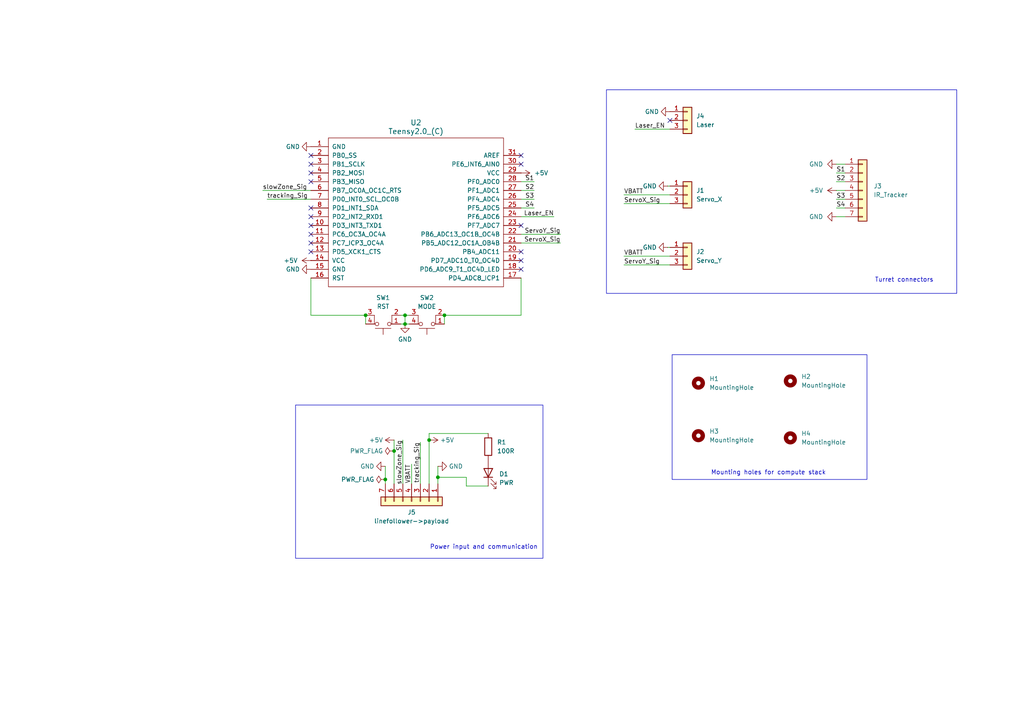
<source format=kicad_sch>
(kicad_sch (version 20250114) (generator "eeschema") (generator_version "9.0")
  (paper "A4")
  (title_block (title "Payload control board") (date "2025-05-01") (rev "1.2") (company "Designed by Maurice Blake"))
  (lib_symbols
    (symbol "Connector_Generic:Conn_01x03" (pin_names (offset 1.016) (hide yes))
      (property "Reference" "J" (at 0 5.08 0))
      (property "Value" "Conn_01x03" (at 0 -5.08 0))
      (symbol "Conn_01x03_1_1"
        (rectangle (start -1.27 3.81) (end 1.27 -3.81) (stroke (width 0.254)) (fill (type background)))
        (rectangle (start -1.27 2.667) (end 0 2.413) (stroke (width 0.1524)))
        (rectangle (start -1.27 0.127) (end 0 -0.127) (stroke (width 0.1524)))
        (rectangle (start -1.27 -2.413) (end 0 -2.667) (stroke (width 0.1524)))
        (pin passive line (at -5.08 2.54 0) (length 3.81) (name "Pin_1") (number "1"))
        (pin passive line (at -5.08 0 0) (length 3.81) (name "Pin_2") (number "2"))
        (pin passive line (at -5.08 -2.54 0) (length 3.81) (name "Pin_3") (number "3"))
      )
    )
    (symbol "Connector_Generic:Conn_01x07" (pin_names (offset 1.016) (hide yes))
      (property "Reference" "J" (at 0 10.16 0))
      (property "Value" "Conn_01x07" (at 0 -10.16 0))
      (symbol "Conn_01x07_1_1"
        (rectangle (start -1.27 8.89) (end 1.27 -8.89) (stroke (width 0.254)) (fill (type background)))
        (rectangle (start -1.27 7.747) (end 0 7.493) (stroke (width 0.1524)))
        (rectangle (start -1.27 5.207) (end 0 4.953) (stroke (width 0.1524)))
        (rectangle (start -1.27 2.667) (end 0 2.413) (stroke (width 0.1524)))
        (rectangle (start -1.27 0.127) (end 0 -0.127) (stroke (width 0.1524)))
        (rectangle (start -1.27 -2.413) (end 0 -2.667) (stroke (width 0.1524)))
        (rectangle (start -1.27 -4.953) (end 0 -5.207) (stroke (width 0.1524)))
        (rectangle (start -1.27 -7.493) (end 0 -7.747) (stroke (width 0.1524)))
        (pin passive line (at -5.08 7.62 0) (length 3.81) (name "Pin_1") (number "1"))
        (pin passive line (at -5.08 5.08 0) (length 3.81) (name "Pin_2") (number "2"))
        (pin passive line (at -5.08 2.54 0) (length 3.81) (name "Pin_3") (number "3"))
        (pin passive line (at -5.08 0 0) (length 3.81) (name "Pin_4") (number "4"))
        (pin passive line (at -5.08 -2.54 0) (length 3.81) (name "Pin_5") (number "5"))
        (pin passive line (at -5.08 -5.08 0) (length 3.81) (name "Pin_6") (number "6"))
        (pin passive line (at -5.08 -7.62 0) (length 3.81) (name "Pin_7") (number "7"))
      )
    )
    (symbol "Device:LED" (pin_numbers (hide yes)) (pin_names (offset 1.016) (hide yes))
      (property "Reference" "D" (at 0 2.54 0))
      (property "Value" "LED" (at 0 -2.54 0))
      (symbol "LED_0_1"
        (polyline (pts (xy -3.048 -0.762) (xy -4.572 -2.286) (xy -3.81 -2.286) (xy -4.572 -2.286) (xy -4.572 -1.524)))
        (polyline (pts (xy -1.778 -0.762) (xy -3.302 -2.286) (xy -2.54 -2.286) (xy -3.302 -2.286) (xy -3.302 -1.524)))
        (polyline (pts (xy -1.27 0) (xy 1.27 0)))
        (polyline (pts (xy -1.27 -1.27) (xy -1.27 1.27)) (stroke (width 0.254)))
        (polyline (pts (xy 1.27 -1.27) (xy 1.27 1.27) (xy -1.27 0) (xy 1.27 -1.27)) (stroke (width 0.254)))
      )
      (symbol "LED_1_1"
        (pin passive line (at -3.81 0 0) (length 2.54) (name "K") (number "1"))
        (pin passive line (at 3.81 0 180) (length 2.54) (name "A") (number "2"))
      )
    )
    (symbol "Device:R" (pin_numbers (hide yes)) (pin_names (offset 0))
      (property "Reference" "R" (at 2.032 0 90))
      (property "Value" "R" (at 0 0 90))
      (symbol "R_0_1"
        (rectangle (start -1.016 -2.54) (end 1.016 2.54) (stroke (width 0.254)))
      )
      (symbol "R_1_1"
        (pin passive line (at 0 3.81 270) (length 1.27) (name "~") (number "1"))
        (pin passive line (at 0 -3.81 90) (length 1.27) (name "~") (number "2"))
      )
    )
    (symbol "Mechanical:MountingHole" (pin_names (offset 1.016)) (exclude_from_sim yes) (in_bom no)
      (property "Reference" "H" (at 0 5.08 0))
      (property "Value" "MountingHole" (at 0 3.175 0))
      (symbol "MountingHole_0_1"
        (circle (center 0 0) (radius 1.27) (stroke (width 1.27)))
      )
    )
    (symbol "Switch:SW_MEC_5E" (pin_names (offset 1.016) (hide yes))
      (property "Reference" "SW" (at 0.635 5.715 0))
      (property "Value" "SW_MEC_5E" (at 0 -3.175 0))
      (symbol "SW_MEC_5E_0_1"
        (polyline (pts (xy -2.54 0) (xy -2.54 2.54) (xy -2.286 2.54)))
        (polyline (pts (xy -2.286 3.81) (xy 2.286 3.81)))
        (circle (center -1.778 2.54) (radius 0.508))
        (polyline (pts (xy 0 3.81) (xy 0 5.588)))
        (circle (center 1.778 2.54) (radius 0.508))
        (polyline (pts (xy 2.54 0) (xy 2.54 2.54) (xy 2.286 2.54)))
        (pin passive line (at -5.08 2.54 0) (length 2.54) (name "1") (number "1"))
        (pin passive line (at -5.08 0 0) (length 2.54) (name "2") (number "2"))
        (pin passive line (at 5.08 2.54 180) (length 2.54) (name "A") (number "4"))
        (pin passive line (at 5.08 0 180) (length 2.54) (name "K") (number "3"))
      )
    )
    (symbol "power:+5V" (power) (pin_numbers (hide yes)) (pin_names (offset 0) (hide yes))
      (property "Value" "+5V" (at 0 3.556 0))
      (symbol "+5V_0_1"
        (polyline (pts (xy -0.762 1.27) (xy 0 2.54)))
        (polyline (pts (xy 0 2.54) (xy 0.762 1.27)))
        (polyline (pts (xy 0 0) (xy 0 2.54)))
      )
      (symbol "+5V_1_1"
        (pin power_in line (at 0 0 90) (length 0) (name "~") (number "1"))
      )
    )
    (symbol "power:GND" (power) (pin_numbers (hide yes)) (pin_names (offset 0) (hide yes))
      (property "Value" "GND" (at 0 -3.81 0))
      (symbol "GND_0_1"
        (polyline (pts (xy 0 0) (xy 0 -1.27) (xy 1.27 -1.27) (xy 0 -2.54) (xy -1.27 -1.27) (xy 0 -1.27)))
      )
      (symbol "GND_1_1"
        (pin power_in line (at 0 0 270) (length 0) (name "~") (number "1"))
      )
    )
    (symbol "power:PWR_FLAG" (power) (pin_numbers (hide yes)) (pin_names (offset 0) (hide yes))
      (property "Value" "PWR_FLAG" (at 0 3.81 0))
      (symbol "PWR_FLAG_0_0"
        (pin power_out line (at 0 0 90) (length 0) (name "~") (number "1"))
      )
      (symbol "PWR_FLAG_0_1"
        (polyline (pts (xy 0 0) (xy 0 1.27) (xy -1.016 1.905) (xy 0 2.54) (xy 1.016 1.905) (xy 0 1.27)))
      )
    )
    (symbol "teensy:Teensy2.0_(C)" (pin_names (offset 1.016))
      (property "Reference" "U" (at 0 24.13 0))
      (property "Value" "Teensy2.0_(C)" (at 0 -24.13 0))
      (symbol "Teensy2.0_(C)_0_1"
        (rectangle (start -25.4 21.59) (end 25.4 -21.59))
      )
      (symbol "Teensy2.0_(C)_1_1"
        (pin power_in line (at -30.48 19.05 0) (length 5.08) (name "GND") (number "1"))
        (pin bidirectional line (at -30.48 16.51 0) (length 5.08) (name "PB0_SS") (number "2"))
        (pin bidirectional line (at -30.48 13.97 0) (length 5.08) (name "PB1_SCLK") (number "3"))
        (pin bidirectional line (at -30.48 11.43 0) (length 5.08) (name "PB2_MOSI") (number "4"))
        (pin bidirectional line (at -30.48 8.89 0) (length 5.08) (name "PB3_MISO") (number "5"))
        (pin bidirectional line (at -30.48 6.35 0) (length 5.08) (name "PB7_OC0A_OC1C_RTS") (number "6"))
        (pin bidirectional line (at -30.48 3.81 0) (length 5.08) (name "PD0_INT0_SCL_OC0B") (number "7"))
        (pin bidirectional line (at -30.48 1.27 0) (length 5.08) (name "PD1_INT1_SDA") (number "8"))
        (pin bidirectional line (at -30.48 -1.27 0) (length 5.08) (name "PD2_INT2_RXD1") (number "9"))
        (pin bidirectional line (at -30.48 -3.81 0) (length 5.08) (name "PD3_INT3_TXD1") (number "10"))
        (pin bidirectional line (at -30.48 -6.35 0) (length 5.08) (name "PC6_OC3A_OC4A") (number "11"))
        (pin bidirectional line (at -30.48 -8.89 0) (length 5.08) (name "PC7_ICP3_OC4A") (number "12"))
        (pin bidirectional line (at -30.48 -11.43 0) (length 5.08) (name "PD5_XCK1_CTS") (number "13"))
        (pin power_in line (at -30.48 -13.97 0) (length 5.08) (name "VCC") (number "14"))
        (pin power_in line (at -30.48 -16.51 0) (length 5.08) (name "GND") (number "15"))
        (pin input line (at -30.48 -19.05 0) (length 5.08) (name "RST") (number "16"))
        (pin input line (at 30.48 16.51 180) (length 5.08) (name "AREF") (number "31"))
        (pin bidirectional line (at 30.48 13.97 180) (length 5.08) (name "PE6_INT6_AIN0") (number "30"))
        (pin power_in line (at 30.48 11.43 180) (length 5.08) (name "VCC") (number "29"))
        (pin bidirectional line (at 30.48 8.89 180) (length 5.08) (name "PF0_ADC0") (number "28"))
        (pin bidirectional line (at 30.48 6.35 180) (length 5.08) (name "PF1_ADC1") (number "27"))
        (pin bidirectional line (at 30.48 3.81 180) (length 5.08) (name "PF4_ADC4") (number "26"))
        (pin bidirectional line (at 30.48 1.27 180) (length 5.08) (name "PF5_ADC5") (number "25"))
        (pin bidirectional line (at 30.48 -1.27 180) (length 5.08) (name "PF6_ADC6") (number "24"))
        (pin bidirectional line (at 30.48 -3.81 180) (length 5.08) (name "PF7_ADC7") (number "23"))
        (pin bidirectional line (at 30.48 -6.35 180) (length 5.08) (name "PB6_ADC13_OC1B_OC4B") (number "22"))
        (pin bidirectional line (at 30.48 -8.89 180) (length 5.08) (name "PB5_ADC12_OC1A_OB4B") (number "21"))
        (pin bidirectional line (at 30.48 -11.43 180) (length 5.08) (name "PB4_ADC11") (number "20"))
        (pin bidirectional line (at 30.48 -13.97 180) (length 5.08) (name "PD7_ADC10_T0_OC4D") (number "19"))
        (pin bidirectional line (at 30.48 -16.51 180) (length 5.08) (name "PD6_ADC9_T1_OC4D_LED") (number "18"))
        (pin bidirectional line (at 30.48 -19.05 180) (length 5.08) (name "PD4_ADC8_ICP1") (number "17"))
      )
    )
  )
  (rectangle (start 175.895 26.035) (end 277.495 85.09))
  (rectangle (start 194.945 102.87) (end 251.46 139.065))
  (rectangle (start 85.725 117.475) (end 157.48 161.925))
  (text "Power input and communication" (at 140.335 158.75 0) (effects (font (size 1.27 1.27))))
  (text "Mounting holes for compute stack\n" (at 222.885 137.16 0) (effects (font (size 1.27 1.27))))
  (text "Turret connectors" (at 262.255 81.28 0) (effects (font (size 1.27 1.27))))
  (junction (at 117.475 93.98))
  (junction (at 106.045 91.44))
  (junction (at 128.905 91.44))
  (junction (at 127 138.43))
  (junction (at 117.475 91.44))
  (junction (at 114.3 130.81))
  (junction (at 124.46 127.635))
  (junction (at 111.76 139.065))
  (no_connect (at 151.13 65.405))
  (no_connect (at 90.17 60.325))
  (no_connect (at 90.17 52.705))
  (no_connect (at 90.17 67.945))
  (no_connect (at 151.13 47.625))
  (no_connect (at 90.17 47.625))
  (no_connect (at 151.13 73.025))
  (no_connect (at 90.17 62.865))
  (no_connect (at 151.13 78.105))
  (no_connect (at 90.17 65.405))
  (no_connect (at 90.17 45.085))
  (no_connect (at 90.17 50.165))
  (no_connect (at 194.31 34.925))
  (no_connect (at 151.13 45.085))
  (no_connect (at 90.17 73.025))
  (no_connect (at 90.17 70.485))
  (no_connect (at 151.13 75.565))
  (wire (pts (xy 114.3 127.635) (xy 114.3 130.81)))
  (wire (pts (xy 135.255 138.43) (xy 127 138.43)))
  (wire (pts (xy 193.675 71.755) (xy 194.31 71.755)))
  (wire (pts (xy 242.57 52.705) (xy 245.11 52.705)))
  (wire (pts (xy 151.13 62.865) (xy 160.655 62.865)))
  (wire (pts (xy 127 138.43) (xy 127 140.335)))
  (wire (pts (xy 242.57 57.785) (xy 245.11 57.785)))
  (wire (pts (xy 111.76 139.065) (xy 111.76 140.335)))
  (wire (pts (xy 154.94 55.245) (xy 151.13 55.245)))
  (wire (pts (xy 117.475 91.44) (xy 118.745 91.44)))
  (wire (pts (xy 194.31 59.055) (xy 180.975 59.055)))
  (wire (pts (xy 242.57 60.325) (xy 245.11 60.325)))
  (wire (pts (xy 77.47 57.785) (xy 90.17 57.785)))
  (wire (pts (xy 151.13 70.485) (xy 162.56 70.485)))
  (wire (pts (xy 193.675 53.975) (xy 194.31 53.975)))
  (wire (pts (xy 117.475 91.44) (xy 117.475 93.98)))
  (wire (pts (xy 154.94 60.325) (xy 151.13 60.325)))
  (wire (pts (xy 242.57 50.165) (xy 245.11 50.165)))
  (wire (pts (xy 119.38 134.62) (xy 119.38 140.335)))
  (wire (pts (xy 124.46 125.73) (xy 141.605 125.73)))
  (wire (pts (xy 117.475 93.98) (xy 118.745 93.98)))
  (wire (pts (xy 128.905 91.44) (xy 128.905 93.98)))
  (wire (pts (xy 116.205 93.98) (xy 117.475 93.98)))
  (wire (pts (xy 76.2 55.245) (xy 90.17 55.245)))
  (wire (pts (xy 154.94 57.785) (xy 151.13 57.785)))
  (wire (pts (xy 180.975 56.515) (xy 194.31 56.515)))
  (wire (pts (xy 194.31 76.835) (xy 180.975 76.835)))
  (wire (pts (xy 116.84 127.635) (xy 116.84 140.335)))
  (wire (pts (xy 114.3 130.81) (xy 114.3 140.335)))
  (wire (pts (xy 124.46 125.73) (xy 124.46 127.635)))
  (wire (pts (xy 180.975 74.295) (xy 194.31 74.295)))
  (wire (pts (xy 141.605 140.97) (xy 135.255 140.97)))
  (wire (pts (xy 128.905 91.44) (xy 151.13 91.44)))
  (wire (pts (xy 127 135.255) (xy 127 138.43)))
  (wire (pts (xy 121.92 128.27) (xy 121.92 140.335)))
  (wire (pts (xy 116.205 91.44) (xy 117.475 91.44)))
  (wire (pts (xy 106.045 91.44) (xy 90.17 91.44)))
  (wire (pts (xy 151.13 67.945) (xy 162.56 67.945)))
  (wire (pts (xy 151.13 91.44) (xy 151.13 80.645)))
  (wire (pts (xy 90.17 91.44) (xy 90.17 80.645)))
  (wire (pts (xy 135.255 140.97) (xy 135.255 138.43)))
  (wire (pts (xy 242.57 62.865) (xy 245.11 62.865)))
  (wire (pts (xy 154.94 52.705) (xy 151.13 52.705)))
  (wire (pts (xy 184.15 37.465) (xy 194.31 37.465)))
  (wire (pts (xy 124.46 127.635) (xy 124.46 140.335)))
  (wire (pts (xy 111.76 135.255) (xy 111.76 139.065)))
  (wire (pts (xy 242.57 47.625) (xy 245.11 47.625)))
  (wire (pts (xy 106.045 91.44) (xy 106.045 93.98)))
  (wire (pts (xy 242.57 55.245) (xy 245.11 55.245)))
  (label "ServoX_Sig" (at 162.56 70.485 180))
  (label "Laser_EN" (at 160.655 62.865 180))
  (label "VBATT" (at 119.38 134.62 270))
  (label "S2" (at 242.57 52.705 0))
  (label "slowZone_Sig" (at 116.84 127.635 270))
  (label "S4" (at 242.57 60.325 0))
  (label "S3" (at 154.94 57.785 180))
  (label "slowZone_Sig" (at 76.2 55.245 0))
  (label "VBATT" (at 180.975 56.515 0))
  (label "tracking_Sig" (at 77.47 57.785 0))
  (label "S2" (at 154.94 55.245 180))
  (label "S3" (at 242.57 57.785 0))
  (label "S1" (at 242.57 50.165 0))
  (label "VBATT" (at 180.975 74.295 0))
  (label "ServoX_Sig" (at 180.975 59.055 0))
  (label "S1" (at 154.94 52.705 180))
  (label "S4" (at 154.94 60.325 180))
  (label "ServoY_Sig" (at 162.56 67.945 180))
  (label "Laser_EN" (at 184.15 37.465 0))
  (label "tracking_Sig" (at 121.92 128.27 270))
  (label "ServoY_Sig" (at 180.975 76.835 0))
  (symbol (lib_id "power:+5V") (at 124.46 127.635 270) (unit 1)
    (property "Reference" "#PWR012" (effects (hide yes)))
    (property "Value" "+5V" (at 127.635 127.6349 90) (effects (justify left)))
    (property "Description" "Power symbol creates a global label with name \"+5V\"" (effects (hide yes)))
  )
  (symbol (lib_id "Connector_Generic:Conn_01x03") (at 199.39 74.295 0) (unit 1)
    (property "Reference" "J2" (at 201.93 73.0249 0) (effects (justify left)))
    (property "Value" "Servo_Y" (at 201.93 75.5649 0) (effects (justify left)))
    (property "Footprint" "Connector_PinHeader_2.54mm:PinHeader_1x03_P2.54mm_Vertical" (effects (hide yes)))
    (property "Description" "Generic connector, single row, 01x03, script generated (kicad-library-utils/schlib/autogen/connector/)" (effects (hide yes)))
  )
  (symbol (lib_id "power:GND") (at 242.57 62.865 270) (unit 1)
    (property "Reference" "#PWR07" (effects (hide yes)))
    (property "Value" "GND" (at 238.76 62.8649 90) (effects (justify right)))
    (property "Description" "Power symbol creates a global label with name \"GND\" , ground" (effects (hide yes)))
  )
  (symbol (lib_id "power:GND") (at 193.675 71.755 270) (unit 1)
    (property "Reference" "#PWR02" (effects (hide yes)))
    (property "Value" "GND" (at 190.5 71.7549 90) (effects (justify right)))
    (property "Description" "Power symbol creates a global label with name \"GND\" , ground" (effects (hide yes)))
  )
  (symbol (lib_id "Mechanical:MountingHole") (at 229.235 110.49 0) (unit 1) (exclude_from_sim yes) (in_bom no)
    (property "Reference" "H2" (at 232.41 109.2199 0) (effects (justify left)))
    (property "Value" "MountingHole" (at 232.41 111.7599 0) (effects (justify left)))
    (property "Footprint" "MountingHole:MountingHole_3.2mm_M3" (effects (hide yes)))
    (property "Description" "Mounting Hole without connection" (effects (hide yes)))
  )
  (symbol (lib_id "power:GND") (at 111.76 135.255 270) (unit 1)
    (property "Reference" "#PWR09" (effects (hide yes)))
    (property "Value" "GND" (at 108.585 135.2549 90) (effects (justify right)))
    (property "Description" "Power symbol creates a global label with name \"GND\" , ground" (effects (hide yes)))
  )
  (symbol (lib_id "power:PWR_FLAG") (at 111.76 139.065 90) (unit 1)
    (property "Reference" "#FLG01" (effects (hide yes)))
    (property "Value" "PWR_FLAG" (at 108.585 139.0649 90) (effects (justify left)))
    (property "Description" "Special symbol for telling ERC where power comes from" (effects (hide yes)))
  )
  (symbol (lib_id "Connector_Generic:Conn_01x07") (at 250.19 55.245 0) (unit 1)
    (property "Reference" "J3" (at 253.365 53.9749 0) (effects (justify left)))
    (property "Value" "IR_Tracker" (at 253.365 56.5149 0) (effects (justify left)))
    (property "Footprint" "Connector_PinHeader_2.54mm:PinHeader_1x07_P2.54mm_Vertical" (effects (hide yes)))
    (property "Description" "Generic connector, single row, 01x07, script generated (kicad-library-utils/schlib/autogen/connector/)" (effects (hide yes)))
  )
  (symbol (lib_id "power:GND") (at 90.17 78.105 270) (unit 1)
    (property "Reference" "#PWR018" (effects (hide yes)))
    (property "Value" "GND" (at 86.995 78.1049 90) (effects (justify right)))
    (property "Description" "Power symbol creates a global label with name \"GND\" , ground" (effects (hide yes)))
  )
  (symbol (lib_id "power:+5V") (at 90.17 75.565 90) (unit 1)
    (property "Reference" "#PWR017" (effects (hide yes)))
    (property "Value" "+5V" (at 86.36 75.5649 90) (effects (justify left)))
    (property "Description" "Power symbol creates a global label with name \"+5V\"" (effects (hide yes)))
  )
  (symbol (lib_id "power:+5V") (at 151.13 50.165 270) (unit 1)
    (property "Reference" "#PWR020" (effects (hide yes)))
    (property "Value" "+5V" (at 154.94 50.1649 90) (effects (justify left)))
    (property "Description" "Power symbol creates a global label with name \"+5V\"" (effects (hide yes)))
  )
  (symbol (lib_id "Switch:SW_MEC_5E") (at 123.825 91.44 180) (unit 1)
    (property "Reference" "SW2" (at 123.825 86.36 0))
    (property "Value" "MODE" (at 123.825 88.9 0))
    (property "Footprint" "footprints:SO4_222A-M-V-B_CTS" (effects (hide yes)))
    (property "Datasheet" "http://www.apem.com/int/index.php?controller=attachment&id_attachment=1371" (effects (hide yes)))
    (property "Description" "MEC 5E single pole normally-open tactile switch" (effects (hide yes)))
  )
  (symbol (lib_id "power:PWR_FLAG") (at 114.3 130.81 90) (unit 1)
    (property "Reference" "#FLG02" (effects (hide yes)))
    (property "Value" "PWR_FLAG" (at 111.125 130.8099 90) (effects (justify left)))
    (property "Description" "Special symbol for telling ERC where power comes from" (effects (hide yes)))
  )
  (symbol (lib_id "power:GND") (at 194.31 32.385 270) (unit 1)
    (property "Reference" "#PWR05" (effects (hide yes)))
    (property "Value" "GND" (at 191.135 32.3849 90) (effects (justify right)))
    (property "Description" "Power symbol creates a global label with name \"GND\" , ground" (effects (hide yes)))
  )
  (symbol (lib_id "Device:LED") (at 141.605 137.16 90) (unit 1)
    (property "Reference" "D1" (at 144.78 137.4774 90) (effects (justify right)))
    (property "Value" "PWR" (at 144.78 140.0174 90) (effects (justify right)))
    (property "Footprint" "LED_THT:LED_D5.0mm" (effects (hide yes)))
    (property "Description" "Light emitting diode" (effects (hide yes)))
  )
  (symbol (lib_id "Connector_Generic:Conn_01x03") (at 199.39 56.515 0) (unit 1)
    (property "Reference" "J1" (at 201.93 55.2449 0) (effects (justify left)))
    (property "Value" "Servo_X" (at 201.93 57.7849 0) (effects (justify left)))
    (property "Footprint" "Connector_PinHeader_2.54mm:PinHeader_1x03_P2.54mm_Vertical" (effects (hide yes)))
    (property "Description" "Generic connector, single row, 01x03, script generated (kicad-library-utils/schlib/autogen/connector/)" (effects (hide yes)))
  )
  (symbol (lib_id "Connector_Generic:Conn_01x07") (at 119.38 145.415 270) (unit 1)
    (property "Reference" "J5" (at 119.38 148.59 90))
    (property "Value" "linefollower->payload" (at 119.38 151.13 90))
    (property "Footprint" "Connector_PinHeader_2.54mm:PinHeader_1x07_P2.54mm_Vertical" (effects (hide yes)))
    (property "Description" "Generic connector, single row, 01x07, script generated (kicad-library-utils/schlib/autogen/connector/)" (effects (hide yes)))
  )
  (symbol (lib_id "power:GND") (at 90.17 42.545 270) (unit 1)
    (property "Reference" "#PWR016" (effects (hide yes)))
    (property "Value" "GND" (at 86.995 42.5449 90) (effects (justify right)))
    (property "Description" "Power symbol creates a global label with name \"GND\" , ground" (effects (hide yes)))
  )
  (symbol (lib_id "Connector_Generic:Conn_01x03") (at 199.39 34.925 0) (unit 1)
    (property "Reference" "J4" (at 201.93 33.6549 0) (effects (justify left)))
    (property "Value" "Laser" (at 201.93 36.1949 0) (effects (justify left)))
    (property "Footprint" "Connector_PinHeader_2.54mm:PinHeader_1x03_P2.54mm_Vertical" (effects (hide yes)))
    (property "Description" "Generic connector, single row, 01x03, script generated (kicad-library-utils/schlib/autogen/connector/)" (effects (hide yes)))
  )
  (symbol (lib_id "Mechanical:MountingHole") (at 202.565 111.125 0) (unit 1) (exclude_from_sim yes) (in_bom no)
    (property "Reference" "H1" (at 205.74 109.8549 0) (effects (justify left)))
    (property "Value" "MountingHole" (at 205.74 112.3949 0) (effects (justify left)))
    (property "Footprint" "MountingHole:MountingHole_3.2mm_M3" (effects (hide yes)))
    (property "Description" "Mounting Hole without connection" (effects (hide yes)))
  )
  (symbol (lib_id "power:+5V") (at 114.3 127.635 90) (unit 1)
    (property "Reference" "#PWR011" (effects (hide yes)))
    (property "Value" "+5V" (at 111.125 127.6349 90) (effects (justify left)))
    (property "Description" "Power symbol creates a global label with name \"+5V\"" (effects (hide yes)))
  )
  (symbol (lib_id "teensy:Teensy2.0_(C)") (at 120.65 61.595 0) (unit 1)
    (property "Reference" "U2" (at 120.65 35.56 0) (effects (font (size 1.524 1.524))))
    (property "Value" "Teensy2.0_(C)" (at 120.65 38.1 0) (effects (font (size 1.524 1.524))))
    (property "Footprint" "footprints:Teensy2.0" (effects (hide yes)))
  )
  (symbol (lib_id "power:GND") (at 127 135.255 90) (unit 1)
    (property "Reference" "#PWR010" (effects (hide yes)))
    (property "Value" "GND" (at 130.175 135.2549 90) (effects (justify right)))
    (property "Description" "Power symbol creates a global label with name \"GND\" , ground" (effects (hide yes)))
  )
  (symbol (lib_id "Mechanical:MountingHole") (at 229.235 127 0) (unit 1) (exclude_from_sim yes) (in_bom no)
    (property "Reference" "H4" (at 232.41 125.7299 0) (effects (justify left)))
    (property "Value" "MountingHole" (at 232.41 128.2699 0) (effects (justify left)))
    (property "Footprint" "MountingHole:MountingHole_3.2mm_M3" (effects (hide yes)))
    (property "Description" "Mounting Hole without connection" (effects (hide yes)))
  )
  (symbol (lib_id "power:+5V") (at 242.57 55.245 90) (unit 1)
    (property "Reference" "#PWR08" (effects (hide yes)))
    (property "Value" "+5V" (at 238.76 55.2449 90) (effects (justify left)))
    (property "Description" "Power symbol creates a global label with name \"+5V\"" (effects (hide yes)))
  )
  (symbol (lib_id "power:GND") (at 117.475 93.98 0) (unit 1)
    (property "Reference" "#PWR019" (effects (hide yes)))
    (property "Value" "GND" (at 117.475 98.425 0))
    (property "Description" "Power symbol creates a global label with name \"GND\" , ground" (effects (hide yes)))
  )
  (symbol (lib_id "power:GND") (at 193.675 53.975 270) (unit 1)
    (property "Reference" "#PWR01" (effects (hide yes)))
    (property "Value" "GND" (at 190.5 53.9749 90) (effects (justify right)))
    (property "Description" "Power symbol creates a global label with name \"GND\" , ground" (effects (hide yes)))
  )
  (symbol (lib_id "Mechanical:MountingHole") (at 202.565 126.365 0) (unit 1) (exclude_from_sim yes) (in_bom no)
    (property "Reference" "H3" (at 205.74 125.0949 0) (effects (justify left)))
    (property "Value" "MountingHole" (at 205.74 127.6349 0) (effects (justify left)))
    (property "Footprint" "MountingHole:MountingHole_3.2mm_M3" (effects (hide yes)))
    (property "Description" "Mounting Hole without connection" (effects (hide yes)))
  )
  (symbol (lib_id "power:GND") (at 242.57 47.625 270) (unit 1)
    (property "Reference" "#PWR06" (effects (hide yes)))
    (property "Value" "GND" (at 238.76 47.6249 90) (effects (justify right)))
    (property "Description" "Power symbol creates a global label with name \"GND\" , ground" (effects (hide yes)))
  )
  (symbol (lib_id "Device:R") (at 141.605 129.54 0) (unit 1)
    (property "Reference" "R1" (at 144.145 128.2699 0) (effects (justify left)))
    (property "Value" "100R" (at 144.145 130.8099 0) (effects (justify left)))
    (property "Footprint" "Resistor_THT:R_Axial_DIN0207_L6.3mm_D2.5mm_P10.16mm_Horizontal" (effects (hide yes)))
    (property "Description" "Resistor" (effects (hide yes)))
  )
  (symbol (lib_id "Switch:SW_MEC_5E") (at 111.125 91.44 180) (unit 1)
    (property "Reference" "SW1" (at 111.125 86.36 0))
    (property "Value" "RST" (at 111.125 88.9 0))
    (property "Footprint" "footprints:SO4_222A-M-V-B_CTS" (effects (hide yes)))
    (property "Datasheet" "http://www.apem.com/int/index.php?controller=attachment&id_attachment=1371" (effects (hide yes)))
    (property "Description" "MEC 5E single pole normally-open tactile switch" (effects (hide yes)))
  )
)
</source>
